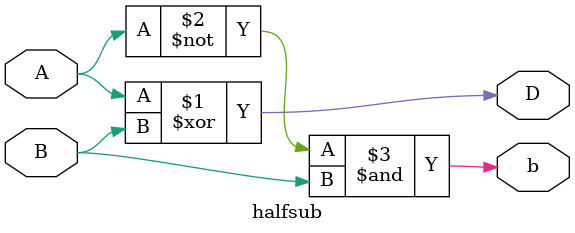
<source format=v>
module halfsub(A,B,D,b);
  input A,B;
  output reg D,b;
  assign  D=A^B;
  assign b=~A&B;
endmodule
  

</source>
